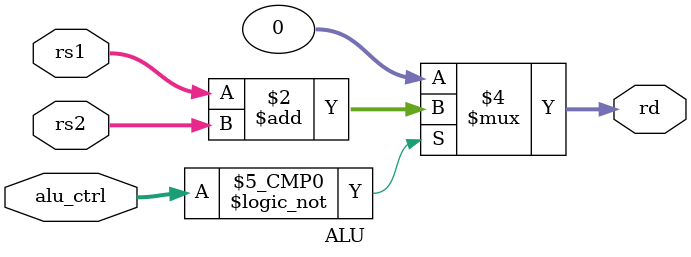
<source format=v>
module ALU (
    input [31:0] rs1, // Đầu vào thanh ghi nguồn 1
    input [31:0] rs2, // Đầu vào thanh ghi nguồn 2
    input [2:0] alu_ctrl, // Tín hiệu điều khiển ALU
    output reg [31:0] rd // Đầu ra thanh ghi đích
);

    always @(*) begin
        case (alu_ctrl)
            3'b000: rd <= rs1 + rs2; // Lệnh add
            default: rd <= 32'b0; // Mặc định
        endcase
    end

endmodule

</source>
